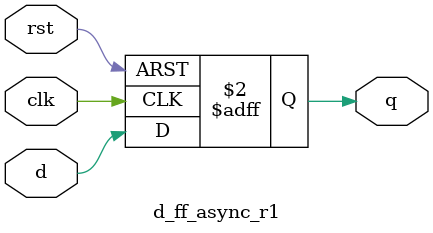
<source format=v>
module d_ff_async_r1 (
clk,
rst,
d,
q);

parameter SIZE = 1;

input clk;
input rst;
input [(SIZE-1):0] d;
output reg [(SIZE-1):0] q;



always@(posedge clk, posedge rst) begin
	if(rst) 
		q <= {SIZE{1'b1}};
	else
		q <= d;
end

endmodule

</source>
